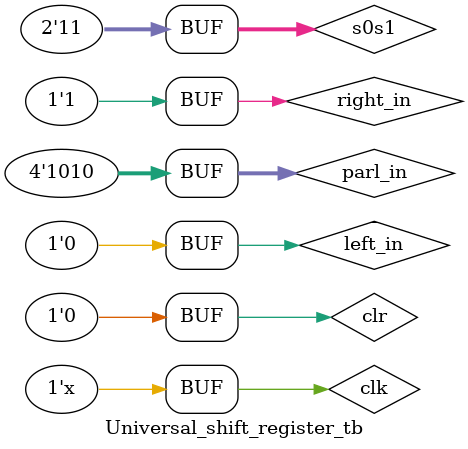
<source format=sv>

module Universal_shift_register_tb;
  reg clr, clk, left_in, right_in;
  reg [3:0] parl_in;
  reg [1:0] s0s1;
  
  wire [3:0] out;
  //instance of design module
  universal_shift_register ins (clr, left_in, right_in, s0s1, clk,parl_in, out);
  
  initial
    begin
      clr = 0;
      clk = 0;
      left_in = 0;
      right_in = 0;
      parl_in = 0;
      s0s1 = 0;
      
      #10;
      clr = 1'b1;
      #10;
      
      clr = 1'b0;
      #20;
      
      //check for right shift
      right_in = 1'b1;
      s0s1 = 2'b01;
      #20;
      $monitor("right input = %p,mode= %p output= %p", right_in, s0s1, out);
      

      //check for left shift
      left_in = 1'b0;
      s0s1 = 2'b10;
      #20;
      $monitor("left input = %p,mode= %p output= %p", left_in, s0s1, out);
      

      //check for parallel load
      parl_in = 4'b1010;
      s0s1 = 2'b11;
      #20;
      $monitor("parallel input = %p,mode= %p output= %p", parl_in, s0s1, out);
  
    end
  
  always #5 clk = ~clk;
  
endmodule
  
      
</source>
